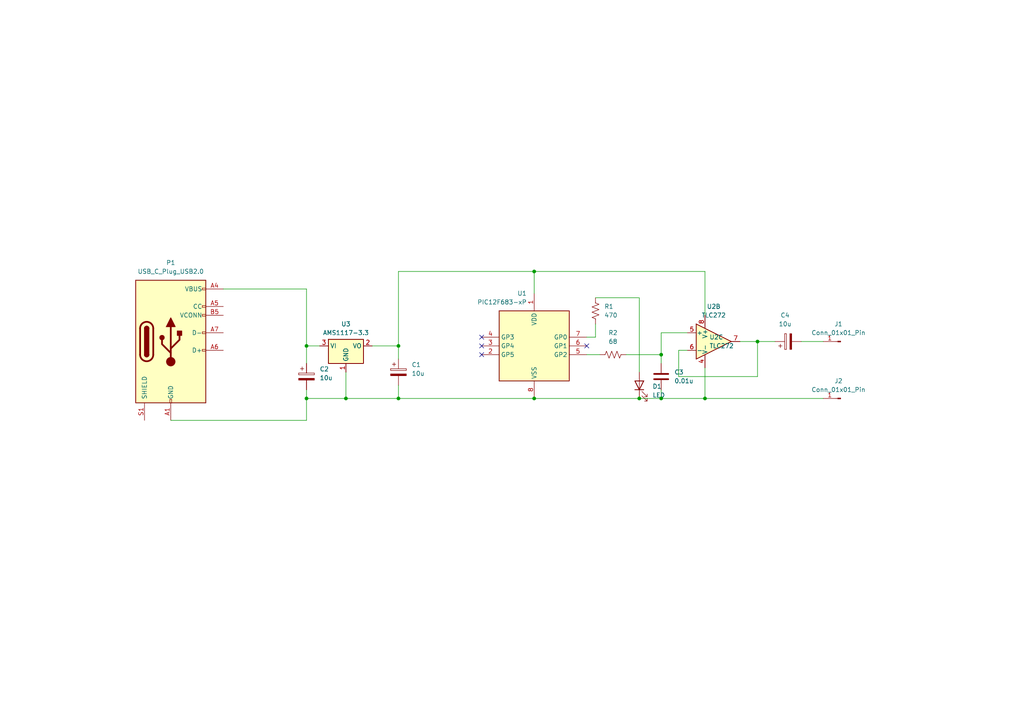
<source format=kicad_sch>
(kicad_sch (version 20250114) (generator "eeschema") (generator_version "9.0")
  (paper "A4")
  (lib_symbols
    (symbol "Amplifier_Operational:TLC272" (pin_names (offset 0.127))
      (property "Reference" "U" (at 0 5.08 0))
      (property "Value" "TLC272" (at 0 -5.08 0))
      (symbol "TLC272_1_1"
        (polyline (pts (xy -5.08 5.08) (xy 5.08 0) (xy -5.08 -5.08) (xy -5.08 5.08)) (stroke (width 0.254)) (fill (type background)))
        (pin input line (at -7.62 2.54 0) (length 2.54) (name "+") (number "3"))
        (pin input line (at -7.62 -2.54 0) (length 2.54) (name "-") (number "2"))
        (pin output line (at 7.62 0 180) (length 2.54) (name "~") (number "1"))
      )
      (symbol "TLC272_2_1"
        (polyline (pts (xy -5.08 5.08) (xy 5.08 0) (xy -5.08 -5.08) (xy -5.08 5.08)) (stroke (width 0.254)) (fill (type background)))
        (pin input line (at -7.62 2.54 0) (length 2.54) (name "+") (number "5"))
        (pin input line (at -7.62 -2.54 0) (length 2.54) (name "-") (number "6"))
        (pin output line (at 7.62 0 180) (length 2.54) (name "~") (number "7"))
      )
      (symbol "TLC272_3_1"
        (pin power_in line (at -2.54 7.62 270) (length 3.81) (name "V+") (number "8"))
        (pin power_in line (at -2.54 -7.62 90) (length 3.81) (name "V-") (number "4"))
      )
    )
    (symbol "Connector:Conn_01x01_Pin" (pin_names (offset 1.016) (hide yes))
      (property "Reference" "J" (at 0 2.54 0))
      (property "Value" "Conn_01x01_Pin" (at 0 -2.54 0))
      (symbol "Conn_01x01_Pin_1_1"
        (rectangle (start 0.8636 0.127) (end 0 -0.127) (stroke (width 0.1524)) (fill (type outline)))
        (polyline (pts (xy 1.27 0) (xy 0.8636 0)) (stroke (width 0.1524)))
        (pin passive line (at 5.08 0 180) (length 3.81) (name "Pin_1") (number "1"))
      )
    )
    (symbol "Connector:USB_C_Plug_USB2.0" (pin_names (offset 1.016))
      (property "Reference" "P" (at -10.16 19.05 0))
      (property "Value" "USB_C_Plug_USB2.0" (at 12.7 19.05 0))
      (symbol "USB_C_Plug_USB2.0_0_0"
        (rectangle (start -0.254 -17.78) (end 0.254 -16.764))
        (rectangle (start 10.16 15.494) (end 9.144 14.986))
        (rectangle (start 10.16 10.414) (end 9.144 9.906))
        (rectangle (start 10.16 7.874) (end 9.144 7.366))
        (rectangle (start 10.16 2.794) (end 9.144 2.286))
        (rectangle (start 10.16 -2.286) (end 9.144 -2.794))
      )
      (symbol "USB_C_Plug_USB2.0_0_1"
        (rectangle (start -10.16 17.78) (end 10.16 -17.78) (stroke (width 0.254)) (fill (type background)))
        (polyline (pts (xy -8.89 -3.81) (xy -8.89 3.81)) (stroke (width 0.508)))
        (rectangle (start -7.62 -3.81) (end -6.35 3.81) (stroke (width 0.254)) (fill (type outline)))
        (arc (start -7.62 3.81) (mid -6.985 4.4423) (end -6.35 3.81) (stroke (width 0.254)))
        (arc (start -7.62 3.81) (mid -6.985 4.4423) (end -6.35 3.81) (stroke (width 0.254)) (fill (type outline)))
        (arc (start -8.89 3.81) (mid -6.985 5.7067) (end -5.08 3.81) (stroke (width 0.508)))
        (arc (start -5.08 -3.81) (mid -6.985 -5.7067) (end -8.89 -3.81) (stroke (width 0.508)))
        (arc (start -6.35 -3.81) (mid -6.985 -4.4423) (end -7.62 -3.81) (stroke (width 0.254)))
        (arc (start -6.35 -3.81) (mid -6.985 -4.4423) (end -7.62 -3.81) (stroke (width 0.254)) (fill (type outline)))
        (polyline (pts (xy -5.08 3.81) (xy -5.08 -3.81)) (stroke (width 0.508)))
        (circle (center -2.54 1.143) (radius 0.635) (stroke (width 0.254)) (fill (type outline)))
        (polyline (pts (xy -1.27 4.318) (xy 0 6.858) (xy 1.27 4.318) (xy -1.27 4.318)) (stroke (width 0.254)) (fill (type outline)))
        (polyline (pts (xy 0 -2.032) (xy 2.54 0.508) (xy 2.54 1.778)) (stroke (width 0.508)))
        (polyline (pts (xy 0 -3.302) (xy -2.54 -0.762) (xy -2.54 0.508)) (stroke (width 0.508)))
        (polyline (pts (xy 0 -5.842) (xy 0 4.318)) (stroke (width 0.508)))
        (circle (center 0 -5.842) (radius 1.27) (fill (type outline)))
        (rectangle (start 1.905 1.778) (end 3.175 3.048) (stroke (width 0.254)) (fill (type outline)))
      )
      (symbol "USB_C_Plug_USB2.0_1_1"
        (pin passive line (at -7.62 -22.86 90) (length 5.08) (name "SHIELD") (number "S1"))
        (pin passive line (at 0 -22.86 90) (length 5.08) (name "GND") (number "A1"))
        (pin passive line (at 0 -22.86 90) (length 5.08) (hide yes) (name "GND") (number "A12"))
        (pin passive line (at 0 -22.86 90) (length 5.08) (hide yes) (name "GND") (number "B1"))
        (pin passive line (at 0 -22.86 90) (length 5.08) (hide yes) (name "GND") (number "B12"))
        (pin passive line (at 15.24 15.24 180) (length 5.08) (name "VBUS") (number "A4"))
        (pin passive line (at 15.24 15.24 180) (length 5.08) (hide yes) (name "VBUS") (number "A9"))
        (pin passive line (at 15.24 15.24 180) (length 5.08) (hide yes) (name "VBUS") (number "B4"))
        (pin passive line (at 15.24 15.24 180) (length 5.08) (hide yes) (name "VBUS") (number "B9"))
        (pin bidirectional line (at 15.24 10.16 180) (length 5.08) (name "CC") (number "A5"))
        (pin bidirectional line (at 15.24 7.62 180) (length 5.08) (name "VCONN") (number "B5"))
        (pin bidirectional line (at 15.24 2.54 180) (length 5.08) (name "D-") (number "A7"))
        (pin bidirectional line (at 15.24 -2.54 180) (length 5.08) (name "D+") (number "A6"))
      )
    )
    (symbol "Device:C" (pin_numbers (hide yes)) (pin_names (offset 0.254))
      (property "Reference" "C" (at 0.635 2.54 0))
      (property "Value" "C" (at 0.635 -2.54 0))
      (symbol "C_0_1"
        (polyline (pts (xy -2.032 0.762) (xy 2.032 0.762)) (stroke (width 0.508)))
        (polyline (pts (xy -2.032 -0.762) (xy 2.032 -0.762)) (stroke (width 0.508)))
      )
      (symbol "C_1_1"
        (pin passive line (at 0 3.81 270) (length 2.794) (name "~") (number "1"))
        (pin passive line (at 0 -3.81 90) (length 2.794) (name "~") (number "2"))
      )
    )
    (symbol "Device:C_Polarized" (pin_numbers (hide yes)) (pin_names (offset 0.254))
      (property "Reference" "C" (at 0.635 2.54 0))
      (property "Value" "C_Polarized" (at 0.635 -2.54 0))
      (symbol "C_Polarized_0_1"
        (rectangle (start -2.286 0.508) (end 2.286 1.016))
        (polyline (pts (xy -1.778 2.286) (xy -0.762 2.286)))
        (polyline (pts (xy -1.27 2.794) (xy -1.27 1.778)))
        (rectangle (start 2.286 -0.508) (end -2.286 -1.016) (fill (type outline)))
      )
      (symbol "C_Polarized_1_1"
        (pin passive line (at 0 3.81 270) (length 2.794) (name "~") (number "1"))
        (pin passive line (at 0 -3.81 90) (length 2.794) (name "~") (number "2"))
      )
    )
    (symbol "Device:LED" (pin_numbers (hide yes)) (pin_names (offset 1.016) (hide yes))
      (property "Reference" "D" (at 0 2.54 0))
      (property "Value" "LED" (at 0 -2.54 0))
      (symbol "LED_0_1"
        (polyline (pts (xy -3.048 -0.762) (xy -4.572 -2.286) (xy -3.81 -2.286) (xy -4.572 -2.286) (xy -4.572 -1.524)))
        (polyline (pts (xy -1.778 -0.762) (xy -3.302 -2.286) (xy -2.54 -2.286) (xy -3.302 -2.286) (xy -3.302 -1.524)))
        (polyline (pts (xy -1.27 0) (xy 1.27 0)))
        (polyline (pts (xy -1.27 -1.27) (xy -1.27 1.27)) (stroke (width 0.254)))
        (polyline (pts (xy 1.27 -1.27) (xy 1.27 1.27) (xy -1.27 0) (xy 1.27 -1.27)) (stroke (width 0.254)))
      )
      (symbol "LED_1_1"
        (pin passive line (at -3.81 0 0) (length 2.54) (name "K") (number "1"))
        (pin passive line (at 3.81 0 180) (length 2.54) (name "A") (number "2"))
      )
    )
    (symbol "Device:R_US" (pin_numbers (hide yes)) (pin_names (offset 0))
      (property "Reference" "R" (at 2.54 0 90))
      (property "Value" "R_US" (at -2.54 0 90))
      (symbol "R_US_0_1"
        (polyline (pts (xy 0 2.286) (xy 0 2.54)))
        (polyline (pts (xy 0 2.286) (xy 1.016 1.905) (xy 0 1.524) (xy -1.016 1.143) (xy 0 0.762)))
        (polyline (pts (xy 0 0.762) (xy 1.016 0.381) (xy 0 0) (xy -1.016 -0.381) (xy 0 -0.762)))
        (polyline (pts (xy 0 -0.762) (xy 1.016 -1.143) (xy 0 -1.524) (xy -1.016 -1.905) (xy 0 -2.286)))
        (polyline (pts (xy 0 -2.286) (xy 0 -2.54)))
      )
      (symbol "R_US_1_1"
        (pin passive line (at 0 3.81 270) (length 1.27) (name "~") (number "1"))
        (pin passive line (at 0 -3.81 90) (length 1.27) (name "~") (number "2"))
      )
    )
    (symbol "MCU_Microchip_PIC12:PIC12F683-xP"
      (property "Reference" "U" (at 1.27 13.97 0))
      (property "Value" "PIC12F683-xP" (at 1.27 11.43 0))
      (symbol "PIC12F683-xP_0_1"
        (rectangle (start 10.16 -10.16) (end -10.16 10.16) (stroke (width 0.254)) (fill (type background)))
      )
      (symbol "PIC12F683-xP_1_1"
        (pin bidirectional line (at -15.24 2.54 0) (length 5.08) (name "GP0") (number "7"))
        (pin bidirectional line (at -15.24 0 0) (length 5.08) (name "GP1") (number "6"))
        (pin bidirectional line (at -15.24 -2.54 0) (length 5.08) (name "GP2") (number "5"))
        (pin power_in line (at 0 15.24 270) (length 5.08) (name "VDD") (number "1"))
        (pin power_in line (at 0 -15.24 90) (length 5.08) (name "VSS") (number "8"))
        (pin input line (at 15.24 2.54 180) (length 5.08) (name "GP3") (number "4"))
        (pin bidirectional line (at 15.24 0 180) (length 5.08) (name "GP4") (number "3"))
        (pin bidirectional line (at 15.24 -2.54 180) (length 5.08) (name "GP5") (number "2"))
      )
    )
    (symbol "Regulator_Linear:AMS1117-3.3"
      (property "Reference" "U" (at -3.81 3.175 0))
      (property "Value" "AMS1117-3.3" (at 0 3.175 0))
      (symbol "AMS1117-3.3_0_1"
        (rectangle (start -5.08 -5.08) (end 5.08 1.905) (stroke (width 0.254)) (fill (type background)))
      )
      (symbol "AMS1117-3.3_1_1"
        (pin power_in line (at -7.62 0 0) (length 2.54) (name "VI") (number "3"))
        (pin power_in line (at 0 -7.62 90) (length 2.54) (name "GND") (number "1"))
        (pin power_out line (at 7.62 0 180) (length 2.54) (name "VO") (number "2"))
      )
    )
  )
  (junction (at 115.57 115.57))
  (junction (at 204.47 115.57))
  (junction (at 100.33 115.57))
  (junction (at 191.77 102.87))
  (junction (at 219.71 99.06))
  (junction (at 88.9 100.33))
  (junction (at 115.57 100.33))
  (junction (at 154.94 115.57))
  (junction (at 88.9 115.57))
  (junction (at 185.42 115.57))
  (junction (at 154.94 78.74))
  (junction (at 191.77 115.57))
  (no_connect (at 139.7 100.33))
  (no_connect (at 170.18 100.33))
  (no_connect (at 139.7 97.79))
  (no_connect (at 139.7 102.87))
  (wire (pts (xy 185.42 115.57) (xy 191.77 115.57)))
  (wire (pts (xy 154.94 78.74) (xy 204.47 78.74)))
  (wire (pts (xy 196.85 109.22) (xy 219.71 109.22)))
  (wire (pts (xy 115.57 111.76) (xy 115.57 115.57)))
  (wire (pts (xy 88.9 83.82) (xy 88.9 100.33)))
  (wire (pts (xy 185.42 86.36) (xy 185.42 107.95)))
  (wire (pts (xy 204.47 115.57) (xy 204.47 106.68)))
  (wire (pts (xy 172.72 86.36) (xy 185.42 86.36)))
  (wire (pts (xy 49.53 121.92) (xy 88.9 121.92)))
  (wire (pts (xy 100.33 107.95) (xy 100.33 115.57)))
  (wire (pts (xy 191.77 102.87) (xy 191.77 105.41)))
  (wire (pts (xy 204.47 78.74) (xy 204.47 91.44)))
  (wire (pts (xy 219.71 99.06) (xy 214.63 99.06)))
  (wire (pts (xy 115.57 100.33) (xy 115.57 78.74)))
  (wire (pts (xy 88.9 115.57) (xy 88.9 113.03)))
  (wire (pts (xy 100.33 115.57) (xy 115.57 115.57)))
  (wire (pts (xy 88.9 115.57) (xy 88.9 121.92)))
  (wire (pts (xy 170.18 102.87) (xy 173.99 102.87)))
  (wire (pts (xy 181.61 102.87) (xy 191.77 102.87)))
  (wire (pts (xy 115.57 100.33) (xy 115.57 104.14)))
  (wire (pts (xy 100.33 115.57) (xy 88.9 115.57)))
  (wire (pts (xy 154.94 115.57) (xy 185.42 115.57)))
  (wire (pts (xy 191.77 102.87) (xy 191.77 96.52)))
  (wire (pts (xy 191.77 113.03) (xy 191.77 115.57)))
  (wire (pts (xy 191.77 115.57) (xy 204.47 115.57)))
  (wire (pts (xy 172.72 97.79) (xy 170.18 97.79)))
  (wire (pts (xy 64.77 83.82) (xy 88.9 83.82)))
  (wire (pts (xy 154.94 85.09) (xy 154.94 78.74)))
  (wire (pts (xy 204.47 115.57) (xy 238.76 115.57)))
  (wire (pts (xy 199.39 101.6) (xy 196.85 101.6)))
  (wire (pts (xy 115.57 78.74) (xy 154.94 78.74)))
  (wire (pts (xy 88.9 100.33) (xy 92.71 100.33)))
  (wire (pts (xy 196.85 101.6) (xy 196.85 109.22)))
  (wire (pts (xy 172.72 93.98) (xy 172.72 97.79)))
  (wire (pts (xy 107.95 100.33) (xy 115.57 100.33)))
  (wire (pts (xy 115.57 115.57) (xy 154.94 115.57)))
  (wire (pts (xy 219.71 99.06) (xy 224.79 99.06)))
  (wire (pts (xy 88.9 105.41) (xy 88.9 100.33)))
  (wire (pts (xy 232.41 99.06) (xy 238.76 99.06)))
  (wire (pts (xy 191.77 96.52) (xy 199.39 96.52)))
  (wire (pts (xy 219.71 109.22) (xy 219.71 99.06)))
  (symbol (lib_id "MCU_Microchip_PIC12:PIC12F683-xP") (at 154.94 100.33 0) (mirror y) (unit 1)
    (property "Reference" "U1" (at 152.7967 85.09 0) (effects (justify left)))
    (property "Value" "PIC12F683-xP" (at 152.7967 87.63 0) (effects (justify left)))
    (property "Footprint" "Package_DIP:DIP-8_W7.62mm" (effects (hide yes)))
    (property "Datasheet" "https://ww1.microchip.com/downloads/en/DeviceDoc/41232D.pdf" (effects (hide yes)))
    (property "Description" "2048W Flash, 128B SRAM, 256B EEPROM, PDIP-8" (effects (hide yes)))
  )
  (symbol (lib_id "Connector:USB_C_Plug_USB2.0") (at 49.53 99.06 0) (unit 1)
    (property "Reference" "P1" (at 49.53 76.2 0))
    (property "Value" "USB_C_Plug_USB2.0" (at 49.53 78.74 0))
    (property "Datasheet" "https://www.usb.org/sites/default/files/documents/usb_type-c.zip" (effects (hide yes)))
    (property "Description" "USB 2.0-only Type-C Plug connector" (effects (hide yes)))
  )
  (symbol (lib_id "Amplifier_Operational:TLC272") (at 207.01 99.06 0) (unit 3)
    (property "Reference" "U2" (at 205.74 97.7899 0) (effects (justify left)))
    (property "Value" "TLC272" (at 205.74 100.3299 0) (effects (justify left)))
    (property "Datasheet" "http://www.ti.com/lit/ds/symlink/tlc272.pdf" (effects (hide yes)))
    (property "Description" "Dual LinCMOS Precision Dual Operational Amplifiers, DIP-8/SOIC-8/SSOP-8" (effects (hide yes)))
  )
  (symbol (lib_id "Device:C") (at 191.77 109.22 0) (unit 1)
    (property "Reference" "C3" (at 195.58 107.9499 0) (effects (justify left)))
    (property "Value" "0.01u" (at 195.58 110.4899 0) (effects (justify left)))
    (property "Description" "Unpolarized capacitor" (effects (hide yes)))
  )
  (symbol (lib_id "Device:C_Polarized") (at 228.6 99.06 90) (unit 1)
    (property "Reference" "C4" (at 227.711 91.44 90))
    (property "Value" "10u" (at 227.711 93.98 90))
    (property "Description" "Polarized capacitor" (effects (hide yes)))
  )
  (symbol (lib_id "Device:C_Polarized") (at 115.57 107.95 0) (unit 1)
    (property "Reference" "C1" (at 119.38 105.7909 0) (effects (justify left)))
    (property "Value" "10u" (at 119.38 108.3309 0) (effects (justify left)))
    (property "Description" "Polarized capacitor" (effects (hide yes)))
  )
  (symbol (lib_id "Device:R_US") (at 177.8 102.87 270) (unit 1)
    (property "Reference" "R2" (at 177.8 96.52 90))
    (property "Value" "68" (at 177.8 99.06 90))
    (property "Description" "Resistor, US symbol" (effects (hide yes)))
  )
  (symbol (lib_id "Device:C_Polarized") (at 88.9 109.22 0) (unit 1)
    (property "Reference" "C2" (at 92.71 107.0609 0) (effects (justify left)))
    (property "Value" "10u" (at 92.71 109.6009 0) (effects (justify left)))
    (property "Description" "Polarized capacitor" (effects (hide yes)))
  )
  (symbol (lib_id "Connector:Conn_01x01_Pin") (at 243.84 115.57 0) (mirror y) (unit 1)
    (property "Reference" "J2" (at 243.205 110.49 0))
    (property "Value" "Conn_01x01_Pin" (at 243.205 113.03 0))
    (property "Description" "Generic connector, single row, 01x01, script generated" (effects (hide yes)))
  )
  (symbol (lib_id "Regulator_Linear:AMS1117-3.3") (at 100.33 100.33 0) (unit 1)
    (property "Reference" "U3" (at 100.33 93.98 0))
    (property "Value" "AMS1117-3.3" (at 100.33 96.52 0))
    (property "Footprint" "Package_TO_SOT_SMD:SOT-223-3_TabPin2" (effects (hide yes)))
    (property "Datasheet" "http://www.advanced-monolithic.com/pdf/ds1117.pdf" (effects (hide yes)))
    (property "Description" "1A Low Dropout regulator, positive, 3.3V fixed output, SOT-223" (effects (hide yes)))
  )
  (symbol (lib_id "Connector:Conn_01x01_Pin") (at 243.84 99.06 0) (mirror y) (unit 1)
    (property "Reference" "J1" (at 243.205 93.98 0))
    (property "Value" "Conn_01x01_Pin" (at 243.205 96.52 0))
    (property "Description" "Generic connector, single row, 01x01, script generated" (effects (hide yes)))
  )
  (symbol (lib_id "Amplifier_Operational:TLC272") (at 207.01 99.06 0) (unit 2)
    (property "Reference" "U2" (at 207.01 88.9 0))
    (property "Value" "TLC272" (at 207.01 91.44 0))
    (property "Datasheet" "http://www.ti.com/lit/ds/symlink/tlc272.pdf" (effects (hide yes)))
    (property "Description" "Dual LinCMOS Precision Dual Operational Amplifiers, DIP-8/SOIC-8/SSOP-8" (effects (hide yes)))
  )
  (symbol (lib_id "Device:R_US") (at 172.72 90.17 180) (unit 1)
    (property "Reference" "R1" (at 175.26 88.8999 0) (effects (justify right)))
    (property "Value" "470" (at 175.26 91.4399 0) (effects (justify right)))
    (property "Description" "Resistor, US symbol" (effects (hide yes)))
  )
  (symbol (lib_id "Device:LED") (at 185.42 111.76 90) (unit 1)
    (property "Reference" "D1" (at 189.23 112.0774 90) (effects (justify right)))
    (property "Value" "LED" (at 189.23 114.6174 90) (effects (justify right)))
    (property "Description" "Light emitting diode" (effects (hide yes)))
    (property "Sim.Pins" "1=K 2=A" (effects (hide yes)))
  )
)
</source>
